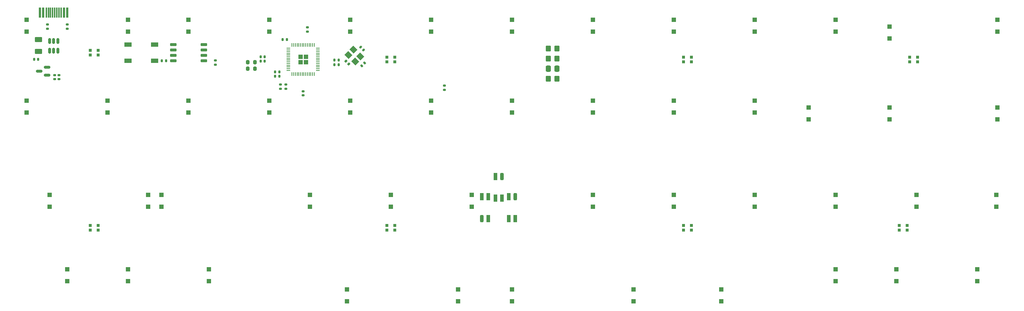
<source format=gbr>
%TF.GenerationSoftware,KiCad,Pcbnew,(6.0.7)*%
%TF.CreationDate,2023-02-03T16:15:22+01:00*%
%TF.ProjectId,alpha-curISO_rp2040,616c7068-612d-4637-9572-49534f5f7270,rev?*%
%TF.SameCoordinates,Original*%
%TF.FileFunction,Paste,Bot*%
%TF.FilePolarity,Positive*%
%FSLAX46Y46*%
G04 Gerber Fmt 4.6, Leading zero omitted, Abs format (unit mm)*
G04 Created by KiCad (PCBNEW (6.0.7)) date 2023-02-03 16:15:22*
%MOMM*%
%LPD*%
G01*
G04 APERTURE LIST*
G04 Aperture macros list*
%AMRoundRect*
0 Rectangle with rounded corners*
0 $1 Rounding radius*
0 $2 $3 $4 $5 $6 $7 $8 $9 X,Y pos of 4 corners*
0 Add a 4 corners polygon primitive as box body*
4,1,4,$2,$3,$4,$5,$6,$7,$8,$9,$2,$3,0*
0 Add four circle primitives for the rounded corners*
1,1,$1+$1,$2,$3*
1,1,$1+$1,$4,$5*
1,1,$1+$1,$6,$7*
1,1,$1+$1,$8,$9*
0 Add four rect primitives between the rounded corners*
20,1,$1+$1,$2,$3,$4,$5,0*
20,1,$1+$1,$4,$5,$6,$7,0*
20,1,$1+$1,$6,$7,$8,$9,0*
20,1,$1+$1,$8,$9,$2,$3,0*%
%AMRotRect*
0 Rectangle, with rotation*
0 The origin of the aperture is its center*
0 $1 length*
0 $2 width*
0 $3 Rotation angle, in degrees counterclockwise*
0 Add horizontal line*
21,1,$1,$2,0,0,$3*%
G04 Aperture macros list end*
%ADD10R,1.100000X1.100000*%
%ADD11R,1.700000X1.000000*%
%ADD12R,0.820000X1.700000*%
%ADD13RoundRect,0.205000X0.205000X-0.645000X0.205000X0.645000X-0.205000X0.645000X-0.205000X-0.645000X0*%
%ADD14RoundRect,0.135000X0.226274X0.035355X0.035355X0.226274X-0.226274X-0.035355X-0.035355X-0.226274X0*%
%ADD15R,0.700000X0.700000*%
%ADD16RoundRect,0.140000X0.219203X0.021213X0.021213X0.219203X-0.219203X-0.021213X-0.021213X-0.219203X0*%
%ADD17RoundRect,0.140000X0.140000X0.170000X-0.140000X0.170000X-0.140000X-0.170000X0.140000X-0.170000X0*%
%ADD18RoundRect,0.140000X-0.140000X-0.170000X0.140000X-0.170000X0.140000X0.170000X-0.140000X0.170000X0*%
%ADD19RoundRect,0.250000X-0.350000X-0.450000X0.350000X-0.450000X0.350000X0.450000X-0.350000X0.450000X0*%
%ADD20RoundRect,0.140000X-0.021213X0.219203X-0.219203X0.021213X0.021213X-0.219203X0.219203X-0.021213X0*%
%ADD21RoundRect,0.140000X-0.170000X0.140000X-0.170000X-0.140000X0.170000X-0.140000X0.170000X0.140000X0*%
%ADD22RoundRect,0.250000X0.337500X0.475000X-0.337500X0.475000X-0.337500X-0.475000X0.337500X-0.475000X0*%
%ADD23RotRect,1.400000X1.200000X135.000000*%
%ADD24RoundRect,0.150000X0.587500X0.150000X-0.587500X0.150000X-0.587500X-0.150000X0.587500X-0.150000X0*%
%ADD25RoundRect,0.140000X0.170000X-0.140000X0.170000X0.140000X-0.170000X0.140000X-0.170000X-0.140000X0*%
%ADD26RoundRect,0.135000X-0.185000X0.135000X-0.185000X-0.135000X0.185000X-0.135000X0.185000X0.135000X0*%
%ADD27RoundRect,0.200000X-0.200000X-0.275000X0.200000X-0.275000X0.200000X0.275000X-0.200000X0.275000X0*%
%ADD28RoundRect,0.135000X-0.135000X-0.185000X0.135000X-0.185000X0.135000X0.185000X-0.135000X0.185000X0*%
%ADD29RoundRect,0.150000X-0.650000X-0.150000X0.650000X-0.150000X0.650000X0.150000X-0.650000X0.150000X0*%
%ADD30RoundRect,0.150000X0.150000X-0.512500X0.150000X0.512500X-0.150000X0.512500X-0.150000X-0.512500X0*%
%ADD31RoundRect,0.250000X-0.625000X0.375000X-0.625000X-0.375000X0.625000X-0.375000X0.625000X0.375000X0*%
%ADD32R,0.600000X2.450000*%
%ADD33R,0.300000X2.450000*%
%ADD34RoundRect,0.205000X-0.205000X0.645000X-0.205000X-0.645000X0.205000X-0.645000X0.205000X0.645000X0*%
%ADD35RoundRect,0.250000X-0.292217X0.292217X-0.292217X-0.292217X0.292217X-0.292217X0.292217X0.292217X0*%
%ADD36RoundRect,0.050000X-0.050000X0.387500X-0.050000X-0.387500X0.050000X-0.387500X0.050000X0.387500X0*%
%ADD37RoundRect,0.050000X-0.387500X0.050000X-0.387500X-0.050000X0.387500X-0.050000X0.387500X0.050000X0*%
%ADD38RoundRect,0.250000X0.350000X0.450000X-0.350000X0.450000X-0.350000X-0.450000X0.350000X-0.450000X0*%
G04 APERTURE END LIST*
D10*
%TO.C,D32*%
X188912500Y-79187500D03*
X188912500Y-76387500D03*
%TD*%
D11*
%TO.C,SW27*%
X60350000Y-63187500D03*
X66650000Y-63187500D03*
X60350000Y-66987500D03*
X66650000Y-66987500D03*
%TD*%
D12*
%TO.C,LED2*%
X146887500Y-99387500D03*
X148387500Y-99387500D03*
D13*
X148387500Y-94287500D03*
D12*
X146887500Y-94287500D03*
%TD*%
D10*
%TO.C,D2*%
X36512500Y-79187500D03*
X36512500Y-76387500D03*
%TD*%
D14*
%TO.C,R7*%
X112374624Y-67797624D03*
X111653376Y-67076376D03*
%TD*%
D15*
%TO.C,LED8*%
X193002500Y-105812500D03*
X193002500Y-106912500D03*
X191172500Y-106912500D03*
X191172500Y-105812500D03*
%TD*%
D10*
%TO.C,D11*%
X68262500Y-101412500D03*
X68262500Y-98612500D03*
%TD*%
D16*
%TO.C,C2*%
X115782411Y-64474411D03*
X115103589Y-63795589D03*
%TD*%
D10*
%TO.C,D9*%
X74612500Y-60137500D03*
X74612500Y-57337500D03*
%TD*%
%TO.C,D7*%
X65087500Y-101412500D03*
X65087500Y-98612500D03*
%TD*%
D17*
%TO.C,C10*%
X95984000Y-69659500D03*
X95024000Y-69659500D03*
%TD*%
D18*
%TO.C,C14*%
X108994000Y-67945000D03*
X109954000Y-67945000D03*
%TD*%
D10*
%TO.C,D24*%
X150812500Y-123637500D03*
X150812500Y-120837500D03*
%TD*%
D19*
%TO.C,UR1*%
X159337500Y-66516250D03*
X161337500Y-66516250D03*
%TD*%
D10*
%TO.C,D42*%
X239712500Y-61725000D03*
X239712500Y-58925000D03*
%TD*%
%TO.C,D44*%
X246062500Y-101412500D03*
X246062500Y-98612500D03*
%TD*%
%TO.C,D5*%
X60325000Y-60137500D03*
X60325000Y-57337500D03*
%TD*%
%TO.C,D23*%
X138112500Y-123637500D03*
X138112500Y-120837500D03*
%TD*%
%TO.C,D49*%
X260350000Y-118875000D03*
X260350000Y-116075000D03*
%TD*%
D20*
%TO.C,C1*%
X116036411Y-67478589D03*
X115357589Y-68157411D03*
%TD*%
D10*
%TO.C,D25*%
X150812500Y-60137500D03*
X150812500Y-57337500D03*
%TD*%
D21*
%TO.C,C5*%
X44069000Y-70386000D03*
X44069000Y-71346000D03*
%TD*%
D10*
%TO.C,D13*%
X93662500Y-60137500D03*
X93662500Y-57337500D03*
%TD*%
%TO.C,D39*%
X220662500Y-80775000D03*
X220662500Y-77975000D03*
%TD*%
D22*
%TO.C,C18*%
X161375000Y-68897500D03*
X159300000Y-68897500D03*
%TD*%
D10*
%TO.C,D19*%
X111918750Y-123637500D03*
X111918750Y-120837500D03*
%TD*%
D15*
%TO.C,LED4*%
X123152500Y-66125000D03*
X123152500Y-67225000D03*
X121322500Y-67225000D03*
X121322500Y-66125000D03*
%TD*%
D23*
%TO.C,Y1*%
X113841777Y-67164858D03*
X112286142Y-65609223D03*
X113488223Y-64407142D03*
X115043858Y-65962777D03*
%TD*%
D24*
%TO.C,U3*%
X41323500Y-68519000D03*
X41323500Y-70419000D03*
X39448500Y-69469000D03*
%TD*%
D21*
%TO.C,C16*%
X96266000Y-72608500D03*
X96266000Y-73568500D03*
%TD*%
D10*
%TO.C,D46*%
X265112500Y-60137500D03*
X265112500Y-57337500D03*
%TD*%
%TO.C,D21*%
X131762500Y-79187500D03*
X131762500Y-76387500D03*
%TD*%
D25*
%TO.C,C13*%
X102616000Y-60106500D03*
X102616000Y-59146500D03*
%TD*%
D10*
%TO.C,D48*%
X264795000Y-101349000D03*
X264795000Y-98549000D03*
%TD*%
%TO.C,D40*%
X227012500Y-101412500D03*
X227012500Y-98612500D03*
%TD*%
%TO.C,D35*%
X207962500Y-60137500D03*
X207962500Y-57337500D03*
%TD*%
D15*
%TO.C,LED6*%
X246279000Y-66125000D03*
X246279000Y-67225000D03*
X244449000Y-67225000D03*
X244449000Y-66125000D03*
%TD*%
D10*
%TO.C,D26*%
X150812500Y-79187500D03*
X150812500Y-76387500D03*
%TD*%
D26*
%TO.C,R3*%
X134879020Y-72875280D03*
X134879020Y-73895280D03*
%TD*%
D10*
%TO.C,D22*%
X141287500Y-101412500D03*
X141287500Y-98612500D03*
%TD*%
%TO.C,D14*%
X93662500Y-79187500D03*
X93662500Y-76387500D03*
%TD*%
D12*
%TO.C,LED3*%
X150062500Y-104150000D03*
X151562500Y-104150000D03*
D13*
X151562500Y-99050000D03*
D12*
X150062500Y-99050000D03*
%TD*%
D19*
%TO.C,UR2*%
X159337500Y-64135000D03*
X161337500Y-64135000D03*
%TD*%
D17*
%TO.C,C7*%
X95984000Y-70675500D03*
X95024000Y-70675500D03*
%TD*%
%TO.C,C15*%
X92555000Y-67056000D03*
X91595000Y-67056000D03*
%TD*%
D27*
%TO.C,R2*%
X88583000Y-68834000D03*
X90233000Y-68834000D03*
%TD*%
D28*
%TO.C,R6*%
X68354501Y-66985273D03*
X69374501Y-66985273D03*
%TD*%
D10*
%TO.C,D36*%
X207962500Y-79187500D03*
X207962500Y-76387500D03*
%TD*%
%TO.C,D6*%
X55562500Y-79187500D03*
X55562500Y-76387500D03*
%TD*%
D29*
%TO.C,U2*%
X71012500Y-66992500D03*
X71012500Y-65722500D03*
X71012500Y-64452500D03*
X71012500Y-63182500D03*
X78212500Y-63182500D03*
X78212500Y-64452500D03*
X78212500Y-65722500D03*
X78212500Y-66992500D03*
%TD*%
D21*
%TO.C,C3*%
X80899000Y-66957000D03*
X80899000Y-67917000D03*
%TD*%
%TO.C,C8*%
X97536000Y-72608500D03*
X97536000Y-73568500D03*
%TD*%
D10*
%TO.C,D37*%
X207962500Y-101412500D03*
X207962500Y-98612500D03*
%TD*%
%TO.C,D38*%
X227012500Y-60137500D03*
X227012500Y-57337500D03*
%TD*%
D27*
%TO.C,R1*%
X88583000Y-67310000D03*
X90233000Y-67310000D03*
%TD*%
D10*
%TO.C,D31*%
X188912500Y-60137500D03*
X188912500Y-57337500D03*
%TD*%
%TO.C,D47*%
X265112500Y-80775000D03*
X265112500Y-77975000D03*
%TD*%
D18*
%TO.C,C9*%
X108994000Y-66802000D03*
X109954000Y-66802000D03*
%TD*%
D10*
%TO.C,D20*%
X131762500Y-60137500D03*
X131762500Y-57337500D03*
%TD*%
D30*
%TO.C,U4*%
X43812500Y-64637500D03*
X42862500Y-64637500D03*
X41912500Y-64637500D03*
X41912500Y-62362500D03*
X42862500Y-62362500D03*
X43812500Y-62362500D03*
%TD*%
D31*
%TO.C,F1*%
X39243000Y-61973000D03*
X39243000Y-64773000D03*
%TD*%
D21*
%TO.C,C6*%
X43053000Y-70386000D03*
X43053000Y-71346000D03*
%TD*%
D10*
%TO.C,D17*%
X112712500Y-79187500D03*
X112712500Y-76387500D03*
%TD*%
D17*
%TO.C,C4*%
X39215000Y-66675000D03*
X38255000Y-66675000D03*
%TD*%
D15*
%TO.C,LED5*%
X193002500Y-66125000D03*
X193002500Y-67225000D03*
X191172500Y-67225000D03*
X191172500Y-66125000D03*
%TD*%
D10*
%TO.C,D29*%
X169862500Y-101412500D03*
X169862500Y-98612500D03*
%TD*%
%TO.C,D8*%
X60325000Y-118875000D03*
X60325000Y-116075000D03*
%TD*%
D15*
%TO.C,LED9*%
X123152500Y-105812500D03*
X123152500Y-106912500D03*
X121322500Y-106912500D03*
X121322500Y-105812500D03*
%TD*%
D26*
%TO.C,R4*%
X41402000Y-58418000D03*
X41402000Y-59438000D03*
%TD*%
D32*
%TO.C,USB1*%
X39637500Y-55631838D03*
X40412500Y-55631838D03*
D33*
X41112500Y-55631838D03*
X41612500Y-55631838D03*
X42112500Y-55631838D03*
X42612500Y-55631838D03*
X43112500Y-55631838D03*
X43612500Y-55631838D03*
X44112500Y-55631838D03*
X44612500Y-55631838D03*
D32*
X45312500Y-55631838D03*
X46087500Y-55631838D03*
%TD*%
D10*
%TO.C,D41*%
X227012500Y-118875000D03*
X227012500Y-116075000D03*
%TD*%
%TO.C,D3*%
X41910000Y-101349000D03*
X41910000Y-98549000D03*
%TD*%
D26*
%TO.C,R5*%
X46037500Y-58418000D03*
X46037500Y-59438000D03*
%TD*%
D15*
%TO.C,LED10*%
X51472500Y-106912500D03*
X51472500Y-105812500D03*
X53302500Y-105812500D03*
X53302500Y-106912500D03*
%TD*%
D12*
%TO.C,LED1*%
X145212500Y-99050000D03*
X143712500Y-99050000D03*
D34*
X143712500Y-104150000D03*
D12*
X145212500Y-104150000D03*
%TD*%
D10*
%TO.C,D4*%
X46037500Y-118875000D03*
X46037500Y-116075000D03*
%TD*%
%TO.C,D1*%
X36512500Y-60137500D03*
X36512500Y-57337500D03*
%TD*%
D15*
%TO.C,LED7*%
X243802500Y-105812500D03*
X243802500Y-106912500D03*
X241972500Y-106912500D03*
X241972500Y-105812500D03*
%TD*%
D10*
%TO.C,D34*%
X200025000Y-123637500D03*
X200025000Y-120837500D03*
%TD*%
D21*
%TO.C,C11*%
X101600000Y-74178250D03*
X101600000Y-75138250D03*
%TD*%
D10*
%TO.C,D30*%
X179387500Y-123637500D03*
X179387500Y-120837500D03*
%TD*%
D17*
%TO.C,C12*%
X92555000Y-66040000D03*
X91595000Y-66040000D03*
%TD*%
D10*
%TO.C,D18*%
X122237500Y-101412500D03*
X122237500Y-98612500D03*
%TD*%
%TO.C,D45*%
X241300000Y-118875000D03*
X241300000Y-116075000D03*
%TD*%
%TO.C,D33*%
X188912500Y-101412500D03*
X188912500Y-98612500D03*
%TD*%
%TO.C,D10*%
X74612500Y-79187500D03*
X74612500Y-76387500D03*
%TD*%
%TO.C,D27*%
X169862500Y-60137500D03*
X169862500Y-57337500D03*
%TD*%
%TO.C,D12*%
X79375000Y-118875000D03*
X79375000Y-116075000D03*
%TD*%
%TO.C,D15*%
X103187500Y-101412500D03*
X103187500Y-98612500D03*
%TD*%
D35*
%TO.C,U1*%
X102237500Y-67312500D03*
X100962500Y-67312500D03*
X100962500Y-66037500D03*
X102237500Y-66037500D03*
D36*
X99000000Y-63237500D03*
X99400000Y-63237500D03*
X99800000Y-63237500D03*
X100200000Y-63237500D03*
X100600000Y-63237500D03*
X101000000Y-63237500D03*
X101400000Y-63237500D03*
X101800000Y-63237500D03*
X102200000Y-63237500D03*
X102600000Y-63237500D03*
X103000000Y-63237500D03*
X103400000Y-63237500D03*
X103800000Y-63237500D03*
X104200000Y-63237500D03*
D37*
X105037500Y-64075000D03*
X105037500Y-64475000D03*
X105037500Y-64875000D03*
X105037500Y-65275000D03*
X105037500Y-65675000D03*
X105037500Y-66075000D03*
X105037500Y-66475000D03*
X105037500Y-66875000D03*
X105037500Y-67275000D03*
X105037500Y-67675000D03*
X105037500Y-68075000D03*
X105037500Y-68475000D03*
X105037500Y-68875000D03*
X105037500Y-69275000D03*
D36*
X104200000Y-70112500D03*
X103800000Y-70112500D03*
X103400000Y-70112500D03*
X103000000Y-70112500D03*
X102600000Y-70112500D03*
X102200000Y-70112500D03*
X101800000Y-70112500D03*
X101400000Y-70112500D03*
X101000000Y-70112500D03*
X100600000Y-70112500D03*
X100200000Y-70112500D03*
X99800000Y-70112500D03*
X99400000Y-70112500D03*
X99000000Y-70112500D03*
D37*
X98162500Y-69275000D03*
X98162500Y-68875000D03*
X98162500Y-68475000D03*
X98162500Y-68075000D03*
X98162500Y-67675000D03*
X98162500Y-67275000D03*
X98162500Y-66875000D03*
X98162500Y-66475000D03*
X98162500Y-66075000D03*
X98162500Y-65675000D03*
X98162500Y-65275000D03*
X98162500Y-64875000D03*
X98162500Y-64475000D03*
X98162500Y-64075000D03*
%TD*%
D10*
%TO.C,D16*%
X112712500Y-60137500D03*
X112712500Y-57337500D03*
%TD*%
%TO.C,D28*%
X169862500Y-79187500D03*
X169862500Y-76387500D03*
%TD*%
%TO.C,D43*%
X239712500Y-80775000D03*
X239712500Y-77975000D03*
%TD*%
D38*
%TO.C,UR3*%
X161337500Y-71278750D03*
X159337500Y-71278750D03*
%TD*%
D15*
%TO.C,LED11*%
X51472500Y-65637500D03*
X51472500Y-64537500D03*
X53302500Y-64537500D03*
X53302500Y-65637500D03*
%TD*%
D17*
%TO.C,C17*%
X97762000Y-61976000D03*
X96802000Y-61976000D03*
%TD*%
M02*

</source>
